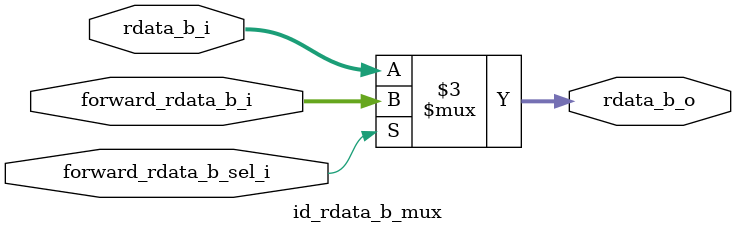
<source format=sv>
module id_rdata_b_mux #(
    parameter DATA_WIDTH = 32,
    parameter ADDR_WIDTH = 32
) (
    input wire [DATA_WIDTH-1:0] forward_rdata_b_i,
    input wire [DATA_WIDTH-1:0] rdata_b_i,
    input wire forward_rdata_b_sel_i,
    output logic [DATA_WIDTH-1:0] rdata_b_o
    );

    always_comb begin
        if (forward_rdata_b_sel_i) begin
            rdata_b_o = forward_rdata_b_i;
        end
        else begin
            rdata_b_o = rdata_b_i;
        end
    end

endmodule

</source>
